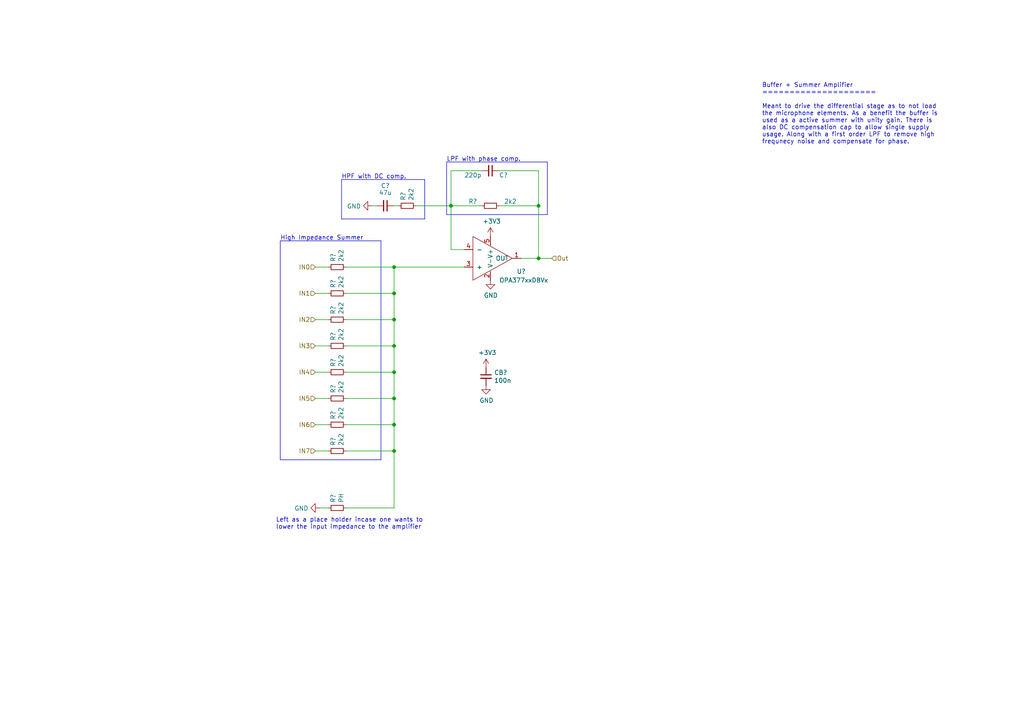
<source format=kicad_sch>
(kicad_sch (version 20230121) (generator eeschema)
  (paper "A4")
  (lib_symbols
    (symbol "Device:C_Small" (pin_numbers hide) (pin_names (offset 0.254) hide)
      (property "Reference" "C" (at 0.254 1.778 0))
      (property "Value" "C_Small" (at 0.254 -2.032 0))
      (symbol "C_Small_0_1"
        (polyline (pts (xy -1.524 -0.508) (xy 1.524 -0.508)) (stroke (width 0.3302)))
        (polyline (pts (xy -1.524 0.508) (xy 1.524 0.508)) (stroke (width 0.3048)))
      )
      (symbol "C_Small_1_1"
        (pin passive line (at 0 2.54 270) (length 2.032) (name "~") (number "1"))
        (pin passive line (at 0 -2.54 90) (length 2.032) (name "~") (number "2"))
      )
    )
    (symbol "Device:R_Small" (pin_numbers hide) (pin_names (offset 0.254) hide)
      (property "Reference" "R" (at 0.762 0.508 0))
      (property "Value" "R_Small" (at 0.762 -1.016 0))
      (symbol "R_Small_0_1"
        (rectangle (start -0.762 1.778) (end 0.762 -1.778) (stroke (width 0.2032)))
      )
      (symbol "R_Small_1_1"
        (pin passive line (at 0 2.54 270) (length 0.762) (name "~") (number "1"))
        (pin passive line (at 0 -2.54 90) (length 0.762) (name "~") (number "2"))
      )
    )
    (symbol "grootvoet:OPA377xxDBVx" (pin_names (offset 1.016))
      (property "Reference" "U" (at 8.89 -10.16 0))
      (property "Value" "OPA377xxDBVx" (at 3.81 19.05 0))
      (symbol "OPA377xxDBVx_0_0"
        (pin output line (at 13.97 0 180) (length 2.54) (name "OUT") (number "1"))
        (pin power_in line (at 5.08 -6.35 90) (length 2.54) (name "V-") (number "2"))
        (pin input line (at -2.54 -2.54 0) (length 2.54) (name "+") (number "3"))
        (pin input line (at -2.54 2.54 0) (length 2.54) (name "-") (number "4"))
        (pin power_in line (at 5.08 6.35 270) (length 2.54) (name "V+") (number "5"))
      )
      (symbol "OPA377xxDBVx_0_1"
        (polyline (pts (xy 0 0) (xy 0 6.35) (xy 11.43 0) (xy 0 -6.35) (xy 0 0)))
      )
    )
    (symbol "power:+3V3" (power) (pin_names (offset 0))
      (property "Value" "+3V3" (at 0 3.556 0))
      (symbol "+3V3_0_1"
        (polyline (pts (xy -0.762 1.27) (xy 0 2.54)))
        (polyline (pts (xy 0 0) (xy 0 2.54)))
        (polyline (pts (xy 0 2.54) (xy 0.762 1.27)))
      )
      (symbol "+3V3_1_1"
        (pin power_in line (at 0 0 90) (length 0) hide (name "+3V3") (number "1"))
      )
    )
    (symbol "power:GND" (power) (pin_names (offset 0))
      (property "Value" "GND" (at 0 -3.81 0))
      (symbol "GND_0_1"
        (polyline (pts (xy 0 0) (xy 0 -1.27) (xy 1.27 -1.27) (xy 0 -2.54) (xy -1.27 -1.27) (xy 0 -1.27)))
      )
      (symbol "GND_1_1"
        (pin power_in line (at 0 0 270) (length 0) hide (name "GND") (number "1"))
      )
    )
  )
  (junction (at 114.3 130.81))
  (junction (at 114.3 123.19))
  (junction (at 130.81 59.69))
  (junction (at 156.21 74.93))
  (junction (at 114.3 100.33))
  (junction (at 114.3 107.95))
  (junction (at 114.3 85.09))
  (junction (at 114.3 92.71))
  (junction (at 156.21 59.69))
  (junction (at 114.3 115.57))
  (junction (at 114.3 77.47))
  (wire (pts (xy 91.44 115.57) (xy 95.25 115.57)))
  (wire (pts (xy 114.3 92.71) (xy 114.3 85.09)))
  (wire (pts (xy 130.81 59.69) (xy 120.65 59.69)))
  (polyline (pts (xy 158.75 62.23) (xy 158.75 46.99)))
  (wire (pts (xy 100.33 115.57) (xy 114.3 115.57)))
  (polyline (pts (xy 99.06 63.5) (xy 123.19 63.5)))
  (polyline (pts (xy 129.54 62.23) (xy 158.75 62.23)))
  (polyline (pts (xy 129.54 46.99) (xy 129.54 62.23)))
  (polyline (pts (xy 123.19 63.5) (xy 123.19 52.07)))
  (wire (pts (xy 100.33 107.95) (xy 114.3 107.95)))
  (polyline (pts (xy 81.28 133.35) (xy 81.28 69.85)))
  (wire (pts (xy 100.33 92.71) (xy 114.3 92.71)))
  (wire (pts (xy 100.33 130.81) (xy 114.3 130.81)))
  (wire (pts (xy 160.02 74.93) (xy 156.21 74.93)))
  (wire (pts (xy 91.44 100.33) (xy 95.25 100.33)))
  (wire (pts (xy 114.3 130.81) (xy 114.3 147.32)))
  (wire (pts (xy 100.33 147.32) (xy 114.3 147.32)))
  (wire (pts (xy 156.21 59.69) (xy 156.21 49.53)))
  (wire (pts (xy 130.81 59.69) (xy 130.81 49.53)))
  (polyline (pts (xy 123.19 52.07) (xy 99.06 52.07)))
  (wire (pts (xy 114.3 107.95) (xy 114.3 100.33)))
  (wire (pts (xy 91.44 130.81) (xy 95.25 130.81)))
  (polyline (pts (xy 99.06 52.07) (xy 99.06 63.5)))
  (wire (pts (xy 91.44 85.09) (xy 95.25 85.09)))
  (wire (pts (xy 114.3 85.09) (xy 114.3 77.47)))
  (polyline (pts (xy 81.28 69.85) (xy 110.49 69.85)))
  (wire (pts (xy 92.71 147.32) (xy 95.25 147.32)))
  (wire (pts (xy 130.81 49.53) (xy 139.7 49.53)))
  (wire (pts (xy 151.13 74.93) (xy 156.21 74.93)))
  (wire (pts (xy 91.44 123.19) (xy 95.25 123.19)))
  (wire (pts (xy 134.62 77.47) (xy 114.3 77.47)))
  (wire (pts (xy 130.81 59.69) (xy 139.7 59.69)))
  (wire (pts (xy 100.33 85.09) (xy 114.3 85.09)))
  (wire (pts (xy 114.3 77.47) (xy 100.33 77.47)))
  (wire (pts (xy 109.22 59.69) (xy 107.95 59.69)))
  (wire (pts (xy 114.3 130.81) (xy 114.3 123.19)))
  (wire (pts (xy 115.57 59.69) (xy 114.3 59.69)))
  (wire (pts (xy 100.33 123.19) (xy 114.3 123.19)))
  (wire (pts (xy 114.3 100.33) (xy 114.3 92.71)))
  (polyline (pts (xy 110.49 133.35) (xy 81.28 133.35)))
  (wire (pts (xy 130.81 72.39) (xy 130.81 59.69)))
  (wire (pts (xy 95.25 77.47) (xy 91.44 77.47)))
  (wire (pts (xy 134.62 72.39) (xy 130.81 72.39)))
  (wire (pts (xy 91.44 92.71) (xy 95.25 92.71)))
  (polyline (pts (xy 158.75 46.99) (xy 129.54 46.99)))
  (wire (pts (xy 156.21 49.53) (xy 144.78 49.53)))
  (wire (pts (xy 144.78 59.69) (xy 156.21 59.69)))
  (wire (pts (xy 100.33 100.33) (xy 114.3 100.33)))
  (wire (pts (xy 91.44 107.95) (xy 95.25 107.95)))
  (polyline (pts (xy 110.49 69.85) (xy 110.49 133.35)))
  (wire (pts (xy 156.21 74.93) (xy 156.21 59.69)))
  (wire (pts (xy 114.3 115.57) (xy 114.3 107.95)))
  (wire (pts (xy 114.3 123.19) (xy 114.3 115.57)))
  (text "Buffer + Summer Amplifier\n=====================\n\nMeant to drive the differential stage as to not load \nthe microphone elements. As a benefit the buffer is \nused as a active summer with unity gain. There is \nalso DC compensation cap to allow single supply \nusage. Along with a first order LPF to remove high \nfrequnecy noise and compensate for phase." (at 220.98 41.91 0) (effects (font (size 1.27 1.27)) (justify left bottom)))
  (text "HPF with DC comp." (at 99.06 52.07 0) (effects (font (size 1.27 1.27)) (justify left bottom)))
  (text "High Impedance Summer" (at 81.28 69.85 0) (effects (font (size 1.27 1.27)) (justify left bottom)))
  (text "LPF with phase comp." (at 129.54 46.99 0) (effects (font (size 1.27 1.27)) (justify left bottom)))
  (text "Left as a place holder incase one wants to\nlower the input impedance to the amplifier" (at 80.01 153.67 0) (effects (font (size 1.27 1.27)) (justify left bottom)))
  (hierarchical_label "IN3" (shape input) (at 91.44 100.33 180))
  (hierarchical_label "IN2" (shape input) (at 91.44 92.71 180))
  (hierarchical_label "IN1" (shape input) (at 91.44 85.09 180))
  (hierarchical_label "Out" (shape input) (at 160.02 74.93 0))
  (hierarchical_label "IN7" (shape input) (at 91.44 130.81 180))
  (hierarchical_label "IN4" (shape input) (at 91.44 107.95 180))
  (hierarchical_label "IN5" (shape input) (at 91.44 115.57 180))
  (hierarchical_label "IN0" (shape input) (at 91.44 77.47 180))
  (hierarchical_label "IN6" (shape input) (at 91.44 123.19 180))
  (symbol (lib_id "Device:C_Small") (at 111.76 59.69 270) (unit 1)
    (property "Reference" "C4" (at 111.76 53.8734 90))
    (property "Value" "47u" (at 111.76 55.88 90))
    (property "Footprint" "Capacitor_SMD:C_1206_3216Metric_Pad1.33x1.80mm_HandSolder" (effects hide))
    (property "MPN" "GRM31CR60J107KE39K" (effects hide))
    (property "Mfr." "Murata Electronics" (effects hide))
    (property "Notes" "Specified 47u but that is min. (>47u is better)" (effects hide))
    (instances (project "kleinvoet" (path "" (reference "C?") (unit 1))) (project "Sensor_Board" (path "" (reference "C?") (unit 1)) (path "" (reference "C4") (unit 1))))
  )
  (symbol (lib_id "grootvoet:OPA377xxDBVx") (at 137.16 74.93 0) (unit 1)
    (property "Reference" "U2" (at 149.86 78.74 0) (effects (justify left)))
    (property "Value" "OPA377xxDBVx" (at 144.78 81.28 0) (effects (justify left)))
    (property "Footprint" "Package_TO_SOT_SMD:SOT-23-5" (effects hide))
    (property "MPN" "OPA377AIDBVR" (effects hide))
    (property "Mfr." "Texas Instruments" (effects hide))
    (instances (project "kleinvoet" (path "" (reference "U?") (unit 1))) (project "Sensor_Board" (path "" (reference "U?") (unit 1)) (path "" (reference "U2") (unit 1))))
  )
  (symbol (lib_id "Device:R_Small") (at 118.11 59.69 90) (unit 1)
    (property "Reference" "R11" (at 116.9416 58.1914 0) (effects (justify left)))
    (property "Value" "2k2" (at 119.253 58.1914 0) (effects (justify left)))
    (property "Footprint" "Resistor_SMD:R_0603_1608Metric_Pad0.98x0.95mm_HandSolder" (effects hide))
    (property "MPN" "ERJ-3EKF2201V" (effects hide))
    (property "Mfr." "Panasonic" (effects hide))
    (instances (project "kleinvoet" (path "" (reference "R?") (unit 1))) (project "Sensor_Board" (path "" (reference "R?") (unit 1)) (path "" (reference "R11") (unit 1))))
  )
  (symbol (lib_id "Device:R_Small") (at 142.24 59.69 90) (unit 1)
    (property "Reference" "R12" (at 138.43 58.42 90) (effects (justify left)))
    (property "Value" "2k2" (at 149.86 58.42 90) (effects (justify left)))
    (property "Footprint" "Resistor_SMD:R_0603_1608Metric_Pad0.98x0.95mm_HandSolder" (effects hide))
    (property "MPN" "ERJ-3EKF2201V" (effects hide))
    (property "Mfr." "Panasonic" (effects hide))
    (instances (project "kleinvoet" (path "" (reference "R?") (unit 1))) (project "Sensor_Board" (path "" (reference "R?") (unit 1)) (path "" (reference "R12") (unit 1))))
  )
  (symbol (lib_id "Device:C_Small") (at 142.24 49.53 270) (unit 1)
    (property "Reference" "C5" (at 146.05 50.8 90))
    (property "Value" "220p" (at 137.16 50.8 90))
    (property "Footprint" "Capacitor_SMD:C_0603_1608Metric_Pad1.08x0.95mm_HandSolder" (effects hide))
    (property "MPN" "C0603C221J5GACTU" (effects hide))
    (property "Mfr." "KEMET" (effects hide))
    (instances (project "kleinvoet" (path "" (reference "C?") (unit 1))) (project "Sensor_Board" (path "" (reference "C?") (unit 1)) (path "" (reference "C5") (unit 1))))
  )
  (symbol (lib_id "Device:C_Small") (at 140.97 109.22 0) (unit 1)
    (property "Reference" "CB4" (at 143.3068 108.0516 0) (effects (justify left)))
    (property "Value" "100n" (at 143.3068 110.363 0) (effects (justify left)))
    (property "Footprint" "Capacitor_SMD:C_0603_1608Metric_Pad1.08x0.95mm_HandSolder" (effects hide))
    (property "MPN" "C0603C104M5RACTU" (effects hide))
    (property "Mfr." "KEMET" (effects hide))
    (instances (project "kleinvoet" (path "" (reference "CB?") (unit 1))) (project "Sensor_Board" (path "" (reference "CB?") (unit 1)) (path "" (reference "CB4") (unit 1))))
  )
  (symbol (lib_id "power:GND") (at 107.95 59.69 270) (unit 1)
    (property "Reference" "#PWR020" (effects hide))
    (property "Value" "GND" (at 104.6988 59.817 90) (effects (justify right)))
    (instances (project "kleinvoet" (path "" (reference "#PWR020") (unit 1))) (project "Sensor_Board" (path "" (reference "#PWR020") (unit 1)) (path "" (reference "#PWR?") (unit 1))))
  )
  (symbol (lib_id "power:GND") (at 140.97 111.76 0) (unit 1)
    (property "Reference" "#PWR022" (effects hide))
    (property "Value" "GND" (at 141.097 116.1542 0))
    (instances (project "kleinvoet" (path "" (reference "#PWR022") (unit 1))) (project "Sensor_Board" (path "" (reference "#PWR022") (unit 1)) (path "" (reference "#PWR?") (unit 1))))
  )
  (symbol (lib_id "power:GND") (at 142.24 81.28 0) (unit 1)
    (property "Reference" "#PWR024" (effects hide))
    (property "Value" "GND" (at 142.367 85.6742 0))
    (instances (project "kleinvoet" (path "" (reference "#PWR024") (unit 1))) (project "Sensor_Board" (path "" (reference "#PWR024") (unit 1)) (path "" (reference "#PWR?") (unit 1))))
  )
  (symbol (lib_id "power:+3V3") (at 142.24 68.58 0) (unit 1)
    (property "Reference" "#PWR023" (effects hide))
    (property "Value" "+3V3" (at 142.621 64.1858 0))
    (instances (project "kleinvoet" (path "" (reference "#PWR023") (unit 1))) (project "Sensor_Board" (path "" (reference "#PWR023") (unit 1)) (path "" (reference "#PWR?") (unit 1))))
  )
  (symbol (lib_id "power:+3V3") (at 140.97 106.68 0) (unit 1)
    (property "Reference" "#PWR021" (effects hide))
    (property "Value" "+3V3" (at 141.351 102.2858 0))
    (instances (project "kleinvoet" (path "" (reference "#PWR021") (unit 1))) (project "Sensor_Board" (path "" (reference "#PWR021") (unit 1)) (path "" (reference "#PWR?") (unit 1))))
  )
  (symbol (lib_id "Device:R_Small") (at 97.79 77.47 90) (unit 1)
    (property "Reference" "R2" (at 96.6216 75.9714 0) (effects (justify left)))
    (property "Value" "2k2" (at 98.933 75.9714 0) (effects (justify left)))
    (property "Footprint" "Resistor_SMD:R_0603_1608Metric_Pad0.98x0.95mm_HandSolder" (effects hide))
    (property "MPN" "ERJ-3EKF2201V" (effects hide))
    (property "Mfr." "Panasonic" (effects hide))
    (instances (project "kleinvoet" (path "" (reference "R?") (unit 1))) (project "Sensor_Board" (path "" (reference "R?") (unit 1)) (path "" (reference "R2") (unit 1))))
  )
  (symbol (lib_id "Device:R_Small") (at 97.79 85.09 90) (unit 1)
    (property "Reference" "R3" (at 96.6216 83.5914 0) (effects (justify left)))
    (property "Value" "2k2" (at 98.933 83.5914 0) (effects (justify left)))
    (property "Footprint" "Resistor_SMD:R_0603_1608Metric_Pad0.98x0.95mm_HandSolder" (effects hide))
    (property "MPN" "ERJ-3EKF2201V" (effects hide))
    (property "Mfr." "Panasonic" (effects hide))
    (instances (project "kleinvoet" (path "" (reference "R?") (unit 1))) (project "Sensor_Board" (path "" (reference "R?") (unit 1)) (path "" (reference "R3") (unit 1))))
  )
  (symbol (lib_id "Device:R_Small") (at 97.79 92.71 90) (unit 1)
    (property "Reference" "R4" (at 96.6216 91.2114 0) (effects (justify left)))
    (property "Value" "2k2" (at 98.933 91.2114 0) (effects (justify left)))
    (property "Footprint" "Resistor_SMD:R_0603_1608Metric_Pad0.98x0.95mm_HandSolder" (effects hide))
    (property "MPN" "ERJ-3EKF2201V" (effects hide))
    (property "Mfr." "Panasonic" (effects hide))
    (instances (project "kleinvoet" (path "" (reference "R?") (unit 1))) (project "Sensor_Board" (path "" (reference "R?") (unit 1)) (path "" (reference "R4") (unit 1))))
  )
  (symbol (lib_id "Device:R_Small") (at 97.79 100.33 90) (unit 1)
    (property "Reference" "R5" (at 96.6216 98.8314 0) (effects (justify left)))
    (property "Value" "2k2" (at 98.933 98.8314 0) (effects (justify left)))
    (property "Footprint" "Resistor_SMD:R_0603_1608Metric_Pad0.98x0.95mm_HandSolder" (effects hide))
    (property "MPN" "ERJ-3EKF2201V" (effects hide))
    (property "Mfr." "Panasonic" (effects hide))
    (instances (project "kleinvoet" (path "" (reference "R?") (unit 1))) (project "Sensor_Board" (path "" (reference "R?") (unit 1)) (path "" (reference "R5") (unit 1))))
  )
  (symbol (lib_id "Device:R_Small") (at 97.79 107.95 90) (unit 1)
    (property "Reference" "R6" (at 96.6216 106.4514 0) (effects (justify left)))
    (property "Value" "2k2" (at 98.933 106.4514 0) (effects (justify left)))
    (property "Footprint" "Resistor_SMD:R_0603_1608Metric_Pad0.98x0.95mm_HandSolder" (effects hide))
    (property "MPN" "ERJ-3EKF2201V" (effects hide))
    (property "Mfr." "Panasonic" (effects hide))
    (instances (project "kleinvoet" (path "" (reference "R?") (unit 1))) (project "Sensor_Board" (path "" (reference "R?") (unit 1)) (path "" (reference "R6") (unit 1))))
  )
  (symbol (lib_id "Device:R_Small") (at 97.79 115.57 90) (unit 1)
    (property "Reference" "R7" (at 96.6216 114.0714 0) (effects (justify left)))
    (property "Value" "2k2" (at 98.933 114.0714 0) (effects (justify left)))
    (property "Footprint" "Resistor_SMD:R_0603_1608Metric_Pad0.98x0.95mm_HandSolder" (effects hide))
    (property "MPN" "ERJ-3EKF2201V" (effects hide))
    (property "Mfr." "Panasonic" (effects hide))
    (instances (project "kleinvoet" (path "" (reference "R?") (unit 1))) (project "Sensor_Board" (path "" (reference "R?") (unit 1)) (path "" (reference "R7") (unit 1))))
  )
  (symbol (lib_id "Device:R_Small") (at 97.79 123.19 90) (unit 1)
    (property "Reference" "R8" (at 96.6216 121.6914 0) (effects (justify left)))
    (property "Value" "2k2" (at 98.933 121.6914 0) (effects (justify left)))
    (property "Footprint" "Resistor_SMD:R_0603_1608Metric_Pad0.98x0.95mm_HandSolder" (effects hide))
    (property "MPN" "ERJ-3EKF2201V" (effects hide))
    (property "Mfr." "Panasonic" (effects hide))
    (instances (project "kleinvoet" (path "" (reference "R?") (unit 1))) (project "Sensor_Board" (path "" (reference "R?") (unit 1)) (path "" (reference "R8") (unit 1))))
  )
  (symbol (lib_id "Device:R_Small") (at 97.79 130.81 90) (unit 1)
    (property "Reference" "R9" (at 96.6216 129.3114 0) (effects (justify left)))
    (property "Value" "2k2" (at 98.933 129.3114 0) (effects (justify left)))
    (property "Footprint" "Resistor_SMD:R_0603_1608Metric_Pad0.98x0.95mm_HandSolder" (effects hide))
    (property "MPN" "ERJ-3EKF2201V" (effects hide))
    (property "Mfr." "Panasonic" (effects hide))
    (instances (project "kleinvoet" (path "" (reference "R?") (unit 1))) (project "Sensor_Board" (path "" (reference "R?") (unit 1)) (path "" (reference "R9") (unit 1))))
  )
  (symbol (lib_id "Device:R_Small") (at 97.79 147.32 90) (unit 1)
    (property "Reference" "R10" (at 96.6216 145.8214 0) (effects (justify left)))
    (property "Value" "PH" (at 98.933 145.8214 0) (effects (justify left)))
    (property "Footprint" "Resistor_SMD:R_0603_1608Metric_Pad0.98x0.95mm_HandSolder" (effects hide))
    (instances (project "kleinvoet" (path "" (reference "R?") (unit 1))) (project "Sensor_Board" (path "" (reference "R?") (unit 1)) (path "" (reference "R10") (unit 1))))
  )
  (symbol (lib_id "power:GND") (at 92.71 147.32 270) (unit 1)
    (property "Reference" "#PWR019" (effects hide))
    (property "Value" "GND" (at 89.4588 147.447 90) (effects (justify right)))
  )
)
</source>
